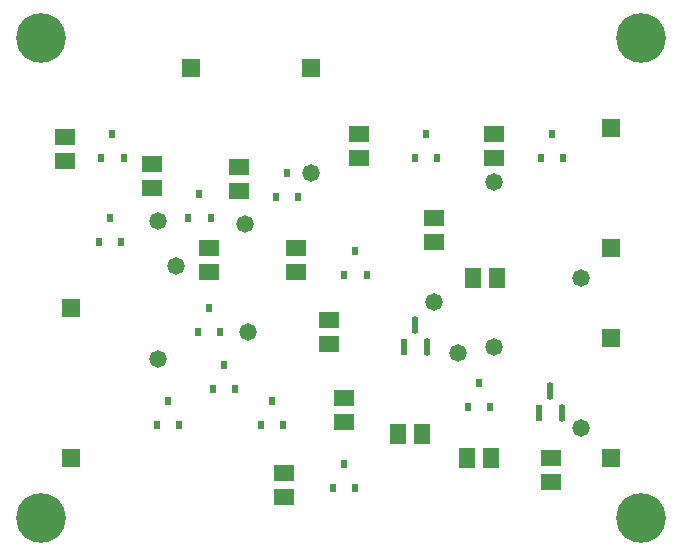
<source format=gts>
G04*
G04 #@! TF.GenerationSoftware,Altium Limited,Altium Designer,23.3.1 (30)*
G04*
G04 Layer_Color=8388736*
%FSLAX25Y25*%
%MOIN*%
G70*
G04*
G04 #@! TF.SameCoordinates,585462AD-BF79-4466-854D-63341AC199BE*
G04*
G04*
G04 #@! TF.FilePolarity,Negative*
G04*
G01*
G75*
G04:AMPARAMS|DCode=12|XSize=58.04mil|YSize=23.03mil|CornerRadius=11.51mil|HoleSize=0mil|Usage=FLASHONLY|Rotation=90.000|XOffset=0mil|YOffset=0mil|HoleType=Round|Shape=RoundedRectangle|*
%AMROUNDEDRECTD12*
21,1,0.05804,0.00000,0,0,90.0*
21,1,0.03501,0.02303,0,0,90.0*
1,1,0.02303,0.00000,0.01750*
1,1,0.02303,0.00000,-0.01750*
1,1,0.02303,0.00000,-0.01750*
1,1,0.02303,0.00000,0.01750*
%
%ADD12ROUNDEDRECTD12*%
%ADD13R,0.02303X0.05804*%
%ADD14R,0.02362X0.03150*%
%ADD17R,0.05524X0.06509*%
%ADD18R,0.06509X0.05524*%
%ADD19R,0.06181X0.06181*%
%ADD20C,0.05800*%
%ADD21C,0.16548*%
D12*
X429740Y242364D02*
D03*
X433480Y235000D02*
D03*
X384740Y264364D02*
D03*
X388480Y257000D02*
D03*
D13*
X426000Y235000D02*
D03*
X381000Y257000D02*
D03*
D14*
X406000Y244976D02*
D03*
X409740Y237024D02*
D03*
X402260D02*
D03*
X364740Y288953D02*
D03*
X368480Y281000D02*
D03*
X361000D02*
D03*
X316000Y269976D02*
D03*
X319740Y262024D02*
D03*
X312260D02*
D03*
X361000Y217976D02*
D03*
X364740Y210024D02*
D03*
X357260D02*
D03*
X321000Y250976D02*
D03*
X324740Y243024D02*
D03*
X317260D02*
D03*
X337000Y238976D02*
D03*
X340740Y231024D02*
D03*
X333260D02*
D03*
X430260Y327953D02*
D03*
X434000Y320000D02*
D03*
X426520D02*
D03*
X388260Y327953D02*
D03*
X392000Y320000D02*
D03*
X384520D02*
D03*
X342000Y314976D02*
D03*
X345740Y307024D02*
D03*
X338260D02*
D03*
X283740Y327953D02*
D03*
X287480Y320000D02*
D03*
X280000D02*
D03*
X283000Y300000D02*
D03*
X286740Y292047D02*
D03*
X279260D02*
D03*
X312740Y307953D02*
D03*
X316480Y300000D02*
D03*
X309000D02*
D03*
X302260Y238953D02*
D03*
X306000Y231000D02*
D03*
X298520D02*
D03*
D17*
X402063Y220000D02*
D03*
X409937D02*
D03*
X386937Y228000D02*
D03*
X379063D02*
D03*
X404000Y280000D02*
D03*
X411874D02*
D03*
D18*
X345000Y289937D02*
D03*
Y282063D02*
D03*
X316000Y289874D02*
D03*
Y282000D02*
D03*
X356000Y265874D02*
D03*
Y258000D02*
D03*
X361000Y239874D02*
D03*
Y232000D02*
D03*
X411000Y327874D02*
D03*
Y320000D02*
D03*
X366000Y327874D02*
D03*
Y320000D02*
D03*
X326000Y316937D02*
D03*
Y309063D02*
D03*
X268000Y326937D02*
D03*
Y319063D02*
D03*
X297000Y317937D02*
D03*
Y310063D02*
D03*
X430000Y219937D02*
D03*
Y212063D02*
D03*
X391000Y299937D02*
D03*
Y292063D02*
D03*
X341000Y207063D02*
D03*
Y214937D02*
D03*
D19*
X450000Y220000D02*
D03*
Y260000D02*
D03*
Y290000D02*
D03*
Y330000D02*
D03*
X310000Y350000D02*
D03*
X350000D02*
D03*
X270000Y270000D02*
D03*
Y220000D02*
D03*
D20*
X440000Y280000D02*
D03*
X299000Y253000D02*
D03*
X440000Y230000D02*
D03*
X411000Y257000D02*
D03*
Y312000D02*
D03*
X350000Y315000D02*
D03*
X299000Y299000D02*
D03*
X305000Y284000D02*
D03*
X329000Y262000D02*
D03*
X328000Y298000D02*
D03*
X399000Y255000D02*
D03*
X391000Y272000D02*
D03*
D21*
X260000Y200000D02*
D03*
X460000D02*
D03*
Y360000D02*
D03*
X260000D02*
D03*
M02*

</source>
